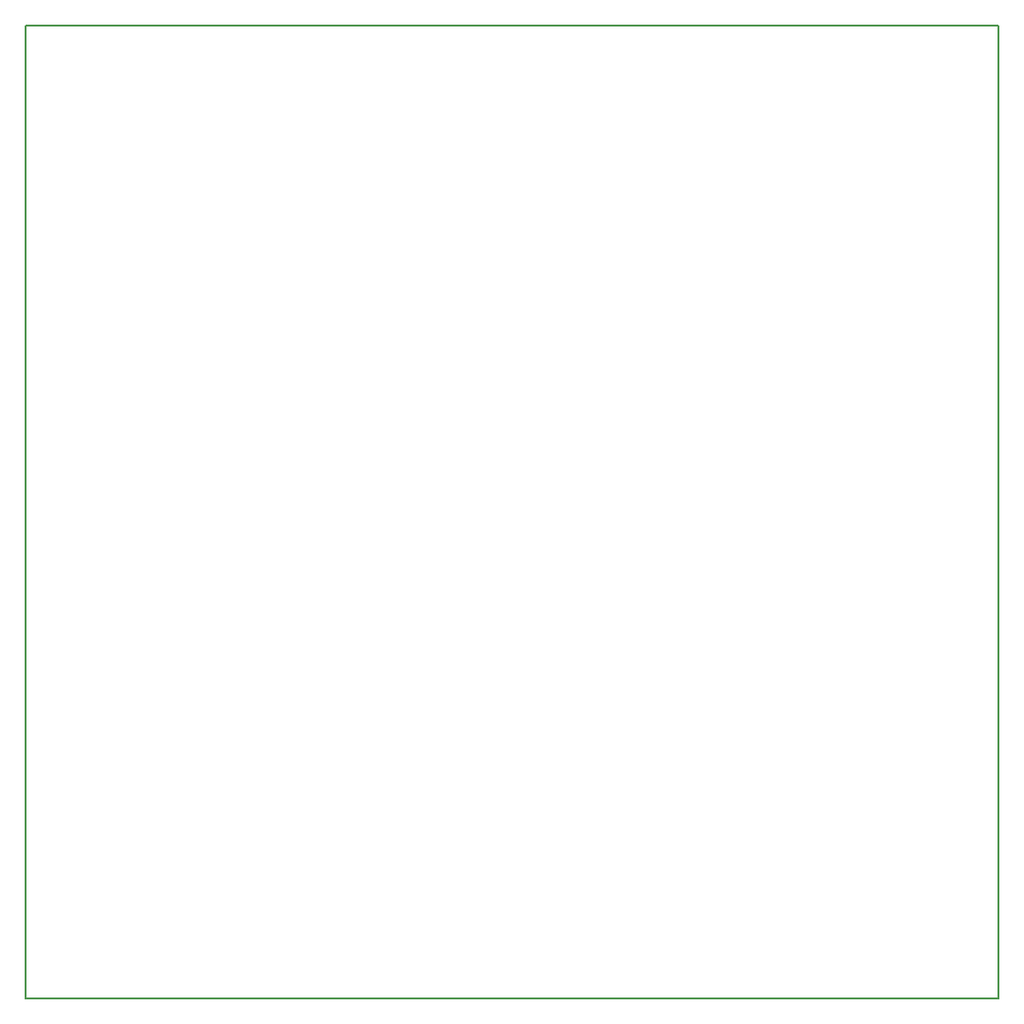
<source format=gbr>
%TF.GenerationSoftware,KiCad,Pcbnew,9.0.0*%
%TF.CreationDate,2025-07-02T18:07:02-06:00*%
%TF.ProjectId,CyberSmoker_PCB_v2,43796265-7253-46d6-9f6b-65725f504342,rev?*%
%TF.SameCoordinates,Original*%
%TF.FileFunction,Profile,NP*%
%FSLAX46Y46*%
G04 Gerber Fmt 4.6, Leading zero omitted, Abs format (unit mm)*
G04 Created by KiCad (PCBNEW 9.0.0) date 2025-07-02 18:07:02*
%MOMM*%
%LPD*%
G01*
G04 APERTURE LIST*
%TA.AperFunction,Profile*%
%ADD10C,0.200000*%
%TD*%
G04 APERTURE END LIST*
D10*
X56000000Y-62000000D02*
X143000000Y-62000000D01*
X143000000Y-149000000D01*
X56000000Y-149000000D01*
X56000000Y-62000000D01*
M02*

</source>
